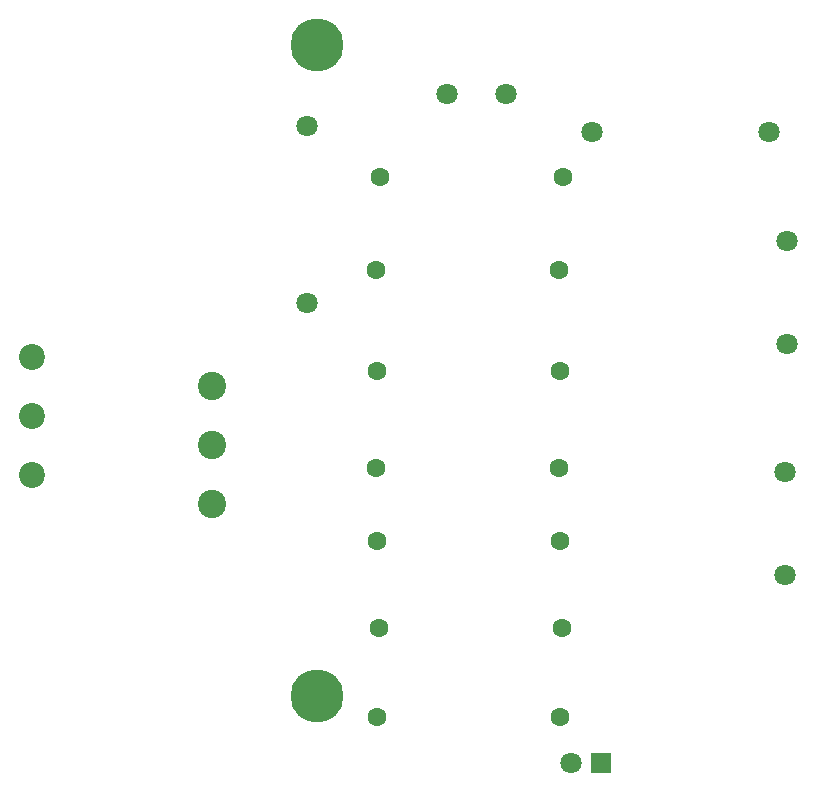
<source format=gbl>
G04 Layer: BottomLayer*
G04 EasyEDA Pro v2.1.64.d1969c9c.217bcf, 2024-09-27 00:26:44*
G04 Gerber Generator version 0.3*
G04 Scale: 100 percent, Rotated: No, Reflected: No*
G04 Dimensions in millimeters*
G04 Leading zeros omitted, absolute positions, 3 integers and 5 decimals*
%FSLAX35Y35*%
%MOMM*%
%ADD10C,1.8*%
%ADD11C,1.6*%
%ADD12C,4.5*%
%ADD13R,1.8X1.8*%
%ADD14C,2.2*%
%ADD15C,2.4*%
G75*


G04 Pad Start*
G54D10*
G01X7175500Y3165500D03*
G01X7175500Y2295500D03*
G01X7188200Y5121300D03*
G01X7188200Y4251300D03*
G54D11*
G01X5270805Y1092200D03*
G01X3720795Y1092200D03*
G01X5283505Y1841500D03*
G01X3733495Y1841500D03*
G01X5258105Y3200400D03*
G01X3708095Y3200400D03*
G01X3720795Y2578100D03*
G01X5270805Y2578100D03*
G01X5267635Y4020299D03*
G01X3717625Y4020299D03*
G01X3708095Y4876800D03*
G01X5258105Y4876800D03*
G54D10*
G01X4809236Y6362700D03*
G01X4309364Y6362700D03*
G01X3124200Y6096711D03*
G01X3124200Y4596689D03*
G01X7036511Y6045200D03*
G01X5536489Y6045200D03*
G54D11*
G01X5296205Y5664200D03*
G01X3746195Y5664200D03*
G54D12*
G01X3206712Y6782689D03*
G01X3206712Y1268717D03*
G54D10*
G01X5359400Y698500D03*
G54D13*
G01X5613400Y698500D03*
G54D14*
G01X800100Y4142900D03*
G01X800100Y3642901D03*
G01X800100Y3142899D03*
G54D15*
G01X2324100Y2892900D03*
G01X2324100Y3392899D03*
G01X2324100Y3892901D03*
G04 Pad End*

M02*

</source>
